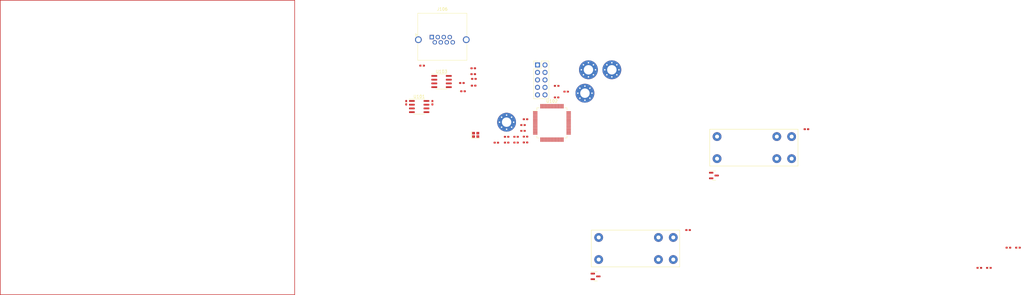
<source format=kicad_pcb>
(kicad_pcb (version 20211014) (generator pcbnew)
  (layers (0 "F.Cu" signal) (31 "B.Cu" signal) (34 "B.Paste" user) (35 "F.Paste" user) (36 "B.SilkS" user "B.Silkscreen") (37 "F.SilkS" user "F.Silkscreen") (38 "B.Mask" user) (39 "F.Mask" user) (44 "Edge.Cuts" user))
  (net 0 "")
  (net 1 "1v8")
  (net 2 "GND")
  (net 3 "3v3")
  (net 4 "Net-(C110-Pad2)")
  (net 5 "Net-(C111-Pad2)")
  (net 6 "/NRST")
  (net 7 "Net-(C113-Pad2)")
  (net 8 "Net-(C114-Pad2)")
  (net 9 "/TX-")
  (net 10 "/RX-")
  (net 11 "/RX+")
  (net 12 "/TX+")
  (net 13 "24v_SW")
  (net 14 "Net-(D201-Pad2)")
  (net 15 "Net-(D301-Pad2)")
  (net 16 "/SWDIO")
  (net 17 "/SWDCLK")
  (net 21 "12v_SW")
  (net 22 "Net-(Q201-Pad1)")
  (net 23 "Net-(Q301-Pad1)")
  (net 24 "Net-(R101-Pad2)")
  (net 63 "/UART4_RX")
  (net 64 "/UART4_TX")
  (net 72 "/ARM")
  (footprint "royale:R_0402" (layer "F.Cu") (at 67.51 44.57)
    (fp_text reference "R101")
    (fp_text value "100")
    (fp_line (start -0.167621 -0.38) (end 0.167621 -0.38) (layer "F.SilkS") (width 0.12))
    (fp_line (start -0.167621 0.38) (end 0.167621 0.38) (layer "F.SilkS") (width 0.12))
    (pad "1" smd roundrect (at -0.5975 0) (size 0.715 0.64) (layers "F.Cu" "F.Paste" "F.Mask") (net 8 "Net-(C114-Pad2)"))
    (pad "2" smd roundrect (at 0.5975 0) (size 0.715 0.64) (layers "F.Cu" "F.Paste" "F.Mask") (net 24 "Net-(R101-Pad2)"))
  )
  (footprint "royale:MountingHole_Pad" (layer "F.Cu") (at 78.31 39.11)
    (fp_text reference "H102" hide)
    (fp_text value "MountingHole_Pad")
    (pad "1" thru_hole circle locked (at -1.697056 -1.697056) (size 0.8 0.8) (drill 0.5) (layers *.Cu *.Mask) (net 2 "GND"))
    (pad "1" thru_hole circle locked (at 2.4 0) (size 0.8 0.8) (drill 0.5) (layers *.Cu *.Mask) (net 2 "GND"))
    (pad "1" thru_hole circle locked (at 0 2.4) (size 0.8 0.8) (drill 0.5) (layers *.Cu *.Mask) (net 2 "GND"))
    (pad "1" thru_hole circle locked (at -2.4 0) (size 0.8 0.8) (drill 0.5) (layers *.Cu *.Mask) (net 2 "GND"))
    (pad "1" thru_hole circle locked (at 1.697056 -1.697056) (size 0.8 0.8) (drill 0.5) (layers *.Cu *.Mask) (net 2 "GND"))
    (pad "1" thru_hole circle locked (at -1.697056 1.697056) (size 0.8 0.8) (drill 0.5) (layers *.Cu *.Mask) (net 2 "GND"))
    (pad "1" thru_hole circle locked (at 1.697056 1.697056) (size 0.8 0.8) (drill 0.5) (layers *.Cu *.Mask) (net 2 "GND"))
    (pad "1" thru_hole circle locked (at 0 -2.4) (size 0.8 0.8) (drill 0.5) (layers *.Cu *.Mask) (net 2 "GND"))
    (pad "1" thru_hole circle locked (at 0 0) (size 6.4 6.4) (drill 3.2) (layers *.Cu *.Mask) (net 2 "GND"))
  )
  (footprint "royale:MountingHole_Pad" (layer "F.Cu") (at 86.26 39.11)
    (fp_text reference "H103" hide)
    (fp_text value "MountingHole_Pad")
    (pad "1" thru_hole circle locked (at 0 -2.4) (size 0.8 0.8) (drill 0.5) (layers *.Cu *.Mask) (net 2 "GND"))
    (pad "1" thru_hole circle locked (at 0 2.4) (size 0.8 0.8) (drill 0.5) (layers *.Cu *.Mask) (net 2 "GND"))
    (pad "1" thru_hole circle locked (at -2.4 0) (size 0.8 0.8) (drill 0.5) (layers *.Cu *.Mask) (net 2 "GND"))
    (pad "1" thru_hole circle locked (at 1.697056 -1.697056) (size 0.8 0.8) (drill 0.5) (layers *.Cu *.Mask) (net 2 "GND"))
    (pad "1" thru_hole circle locked (at 1.697056 1.697056) (size 0.8 0.8) (drill 0.5) (layers *.Cu *.Mask) (net 2 "GND"))
    (pad "1" thru_hole circle locked (at -1.697056 -1.697056) (size 0.8 0.8) (drill 0.5) (layers *.Cu *.Mask) (net 2 "GND"))
    (pad "1" thru_hole circle locked (at 0 0) (size 6.4 6.4) (drill 3.2) (layers *.Cu *.Mask) (net 2 "GND"))
    (pad "1" thru_hole circle locked (at 2.4 0) (size 0.8 0.8) (drill 0.5) (layers *.Cu *.Mask) (net 2 "GND"))
    (pad "1" thru_hole circle locked (at -1.697056 1.697056) (size 0.8 0.8) (drill 0.5) (layers *.Cu *.Mask) (net 2 "GND"))
  )
  (footprint "royale:R_0402" (layer "F.Cu") (at 211.1 106.4)
    (fp_text reference "R201")
    (fp_text value "100")
    (fp_line (start -0.167621 0.38) (end 0.167621 0.38) (layer "F.SilkS") (width 0.12))
    (fp_line (start -0.167621 -0.38) (end 0.167621 -0.38) (layer "F.SilkS") (width 0.12))
    (pad "1" smd roundrect (at -0.5975 0) (size 0.715 0.64) (layers "F.Cu" "F.Paste" "F.Mask") (net 72 "/ARM"))
    (pad "2" smd roundrect (at 0.5975 0) (size 0.715 0.64) (layers "F.Cu" "F.Paste" "F.Mask") (net 22 "Net-(Q201-Pad1)"))
  )
  (footprint "royale:C_0402" (layer "F.Cu") (at 53.72 61.87)
    (fp_text reference "C110")
    (fp_text value "2µ2")
    (fp_line (start -0.115835 0.36) (end 0.115835 0.36) (layer "F.SilkS") (width 0.12))
    (fp_line (start -0.115835 -0.36) (end 0.115835 -0.36) (layer "F.SilkS") (width 0.12))
    (pad "1" smd roundrect (at -0.5675 0) (size 0.735 0.62) (layers "F.Cu" "F.Paste" "F.Mask") (net 2 "GND"))
    (pad "2" smd roundrect (at 0.5675 0) (size 0.735 0.62) (layers "F.Cu" "F.Paste" "F.Mask") (net 4 "Net-(C110-Pad2)"))
  )
  (footprint "royale:MountingHole_Pad" (layer "F.Cu") (at 50.5 56.91)
    (fp_text reference "H101" hide)
    (fp_text value "MountingHole_Pad")
    (pad "1" thru_hole circle locked (at 0 2.4) (size 0.8 0.8) (drill 0.5) (layers *.Cu *.Mask) (net 2 "GND"))
    (pad "1" thru_hole circle locked (at 0 0) (size 6.4 6.4) (drill 3.2) (layers *.Cu *.Mask) (net 2 "GND"))
    (pad "1" thru_hole circle locked (at -1.697056 1.697056) (size 0.8 0.8) (drill 0.5) (layers *.Cu *.Mask) (net 2 "GND"))
    (pad "1" thru_hole circle locked (at -1.697056 -1.697056) (size 0.8 0.8) (drill 0.5) (layers *.Cu *.Mask) (net 2 "GND"))
    (pad "1" thru_hole circle locked (at 1.697056 1.697056) (size 0.8 0.8) (drill 0.5) (layers *.Cu *.Mask) (net 2 "GND"))
    (pad "1" thru_hole circle locked (at 1.697056 -1.697056) (size 0.8 0.8) (drill 0.5) (layers *.Cu *.Mask) (net 2 "GND"))
    (pad "1" thru_hole circle locked (at 2.4 0) (size 0.8 0.8) (drill 0.5) (layers *.Cu *.Mask) (net 2 "GND"))
    (pad "1" thru_hole circle locked (at 0 -2.4) (size 0.8 0.8) (drill 0.5) (layers *.Cu *.Mask) (net 2 "GND"))
    (pad "1" thru_hole circle locked (at -2.4 0) (size 0.8 0.8) (drill 0.5) (layers *.Cu *.Mask) (net 2 "GND"))
  )
  (footprint "royale:BSS138" (layer "F.Cu") (at 80.73 109.3)
    (fp_text reference "Q301")
    (fp_text value "BSS138")
    (fp_line (start 0 -1.56) (end 0.65 -1.56) (layer "F.SilkS") (width 0.12))
    (fp_line (start 0 -1.56) (end -1.675 -1.56) (layer "F.SilkS") (width 0.12))
    (fp_line (start 0 1.56) (end -0.65 1.56) (layer "F.SilkS") (width 0.12))
    (fp_line (start 0 1.56) (end 0.65 1.56) (layer "F.SilkS") (width 0.12))
    (pad "1" smd roundrect (at -0.9375 -0.95) (size 1.475 0.6) (layers "F.Cu" "F.Paste" "F.Mask") (net 23 "Net-(Q301-Pad1)"))
    (pad "2" smd roundrect (at -0.9375 0.95) (size 1.475 0.6) (layers "F.Cu" "F.Paste" "F.Mask") (net 2 "GND"))
    (pad "3" smd roundrect (at 0.9375 0) (size 1.475 0.6) (layers "F.Cu" "F.Paste" "F.Mask") (net 15 "Net-(D301-Pad2)"))
  )
  (footprint "royale:C_0402" (layer "F.Cu") (at 70.74 46.53)
    (fp_text reference "C114")
    (fp_text value "10p")
    (fp_line (start -0.115835 0.36) (end 0.115835 0.36) (layer "F.SilkS") (width 0.12))
    (fp_line (start -0.115835 -0.36) (end 0.115835 -0.36) (layer "F.SilkS") (width 0.12))
    (pad "1" smd roundrect (at -0.5675 0) (size 0.735 0.62) (layers "F.Cu" "F.Paste" "F.Mask") (net 2 "GND"))
    (pad "2" smd roundrect (at 0.5675 0) (size 0.735 0.62) (layers "F.Cu" "F.Paste" "F.Mask") (net 8 "Net-(C114-Pad2)"))
  )
  (footprint "royale:MAX604" (layer "F.Cu") (at 20.8 51.6)
    (fp_text reference "U101" (at 0 -3.4) (layer "F.SilkS"))
    (fp_text value "MAX604")
    (fp_line (start 0 2.56) (end 1.95 2.56) (layer "F.SilkS") (width 0.12))
    (fp_line (start 0 -2.56) (end 1.95 -2.56) (layer "F.SilkS") (width 0.12))
    (fp_line (start 0 2.56) (end -1.95 2.56) (layer "F.SilkS") (width 0.12))
    (fp_line (start 0 -2.56) (end -3.45 -2.56) (layer "F.SilkS") (width 0.12))
    (pad "1" smd roundrect (at -2.475 -1.905) (size 1.95 0.6) (layers "F.Cu" "F.Paste" "F.Mask") (net 1 "1v8"))
    (pad "2" smd roundrect (at -2.475 -0.635) (size 1.95 0.6) (layers "F.Cu" "F.Paste" "F.Mask") (net 2 "GND"))
    (pad "3" smd roundrect (at -2.475 0.635) (size 1.95 0.6) (layers "F.Cu" "F.Paste" "F.Mask") (net 2 "GND"))
    (pad "4" smd roundrect (at -2.475 1.905) (size 1.95 0.6) (layers "F.Cu" "F.Paste" "F.Mask") (net 1 "1v8"))
    (pad "5" smd roundrect (at 2.475 1.905) (size 1.95 0.6) (layers "F.Cu" "F.Paste" "F.Mask") (net 2 "GND"))
    (pad "6" smd roundrect (at 2.475 0.635) (size 1.95 0.6) (layers "F.Cu" "F.Paste" "F.Mask") (net 2 "GND"))
    (pad "7" smd roundrect (at 2.475 -0.635) (size 1.95 0.6) (layers "F.Cu" "F.Paste" "F.Mask") (net 2 "GND"))
    (pad "8" smd roundrect (at 2.475 -1.905) (size 1.95 0.6) (layers "F.Cu" "F.Paste" "F.Mask") (net 3 "3v3"))
  )
  (footprint "royale:D_0402" (layer "F.Cu") (at 112.16 93.56)
    (fp_text reference "D301")
    (fp_text value "Diode_Schottky")
    (fp_circle (center -1.265 0) (end -1.215 0) (layer "F.SilkS") (width 0.1) (fill none))
    (pad "1" smd roundrect (at -0.5725 0) (size 0.765 0.64) (layers "F.Cu" "F.Paste" "F.Mask") (net 13 "24v_SW"))
    (pad "2" smd roundrect (at 0.5725 0) (size 0.765 0.64) (layers "F.Cu" "F.Paste" "F.Mask") (net 15 "Net-(D301-Pad2)"))
  )
  (footprint "royale:C_0402" (layer "F.Cu") (at 50.51 61.87)
    (fp_text reference "C104")
    (fp_text value "100n")
    (fp_line (start -0.115835 -0.36) (end 0.115835 -0.36) (layer "F.SilkS") (width 0.12))
    (fp_line (start -0.115835 0.36) (end 0.115835 0.36) (layer "F.SilkS") (width 0.12))
    (pad "1" smd roundrect (at -0.5675 0) (size 0.735 0.62) (layers "F.Cu" "F.Paste" "F.Mask") (net 2 "GND"))
    (pad "2" smd roundrect (at 0.5675 0) (size 0.735 0.62) (layers "F.Cu" "F.Paste" "F.Mask") (net 3 "3v3"))
  )
  (footprint "royale:D_0402" (layer "F.Cu") (at 39.4 42.2)
    (fp_text reference "D106")
    (fp_text value "Diode_ESD")
    (fp_circle (center -1.265 0) (end -1.215 0) (layer "F.SilkS") (width 0.1) (fill none))
    (pad "1" smd roundrect (at -0.5725 0) (size 0.765 0.64) (layers "F.Cu" "F.Paste" "F.Mask") (net 2 "GND"))
    (pad "2" smd roundrect (at 0.5725 0) (size 0.765 0.64) (layers "F.Cu" "F.Paste" "F.Mask") (net 11 "/RX+"))
  )
  (footprint "royale:MAX14787E" (layer "F.Cu") (at 28.4 43.1)
    (fp_text reference "U103" (at 0 -3.4) (layer "F.SilkS"))
    (fp_text value "MAX14787E")
    (fp_line (start 0 -2.56) (end -3.45 -2.56) (layer "F.SilkS") (width 0.12))
    (fp_line (start 0 2.56) (end -1.95 2.56) (layer "F.SilkS") (width 0.12))
    (fp_line (start 0 2.56) (end 1.95 2.56) (layer "F.SilkS") (width 0.12))
    (fp_line (start 0 -2.56) (end 1.95 -2.56) (layer "F.SilkS") (width 0.12))
    (pad "1" smd roundrect locked (at -2.465 -1.905) (size 2 0.6) (layers "F.Cu" "F.Paste" "F.Mask") (net 3 "3v3"))
    (pad "2" smd roundrect locked (at -2.465 -0.635) (size 2 0.6) (layers "F.Cu" "F.Paste" "F.Mask") (net 63 "/UART4_RX"))
    (pad "3" smd roundrect locked (at -2.465 0.635) (size 2 0.6) (layers "F.Cu" "F.Paste" "F.Mask") (net 64 "/UART4_TX"))
    (pad "4" smd roundrect locked (at -2.465 1.905) (size 2 0.6) (layers "F.Cu" "F.Paste" "F.Mask") (net 2 "GND"))
    (pad "5" smd roundrect locked (at 2.465 1.905) (size 2 0.6) (layers "F.Cu" "F.Paste" "F.Mask") (net 12 "/TX+"))
    (pad "6" smd roundrect locked (at 2.465 0.635) (size 2 0.6) (layers "F.Cu" "F.Paste" "F.Mask") (net 9 "/TX-"))
    (pad "7" smd roundrect locked (at 2.465 -0.635) (size 2 0.6) (layers "F.Cu" "F.Paste" "F.Mask") (net 10 "/RX-"))
    (pad "8" smd roundrect locked (at 2.465 -1.905) (size 2 0.6) (layers "F.Cu" "F.Paste" "F.Mask") (net 11 "/RX+"))
  )
  (footprint "royale:BSS138" (layer "F.Cu") (at 120.94 75.03)
    (fp_text reference "Q201")
    (fp_text value "BSS138")
    (fp_line (start 0 -1.56) (end -1.675 -1.56) (layer "F.SilkS") (width 0.12))
    (fp_line (start 0 1.56) (end 0.65 1.56) (layer "F.SilkS") (width 0.12))
    (fp_line (start 0 -1.56) (end 0.65 -1.56) (layer "F.SilkS") (width 0.12))
    (fp_line (start 0 1.56) (end -0.65 1.56) (layer "F.SilkS") (width 0.12))
    (pad "1" smd roundrect (at -0.9375 -0.95) (size 1.475 0.6) (layers "F.Cu" "F.Paste" "F.Mask") (net 22 "Net-(Q201-Pad1)"))
    (pad "2" smd roundrect (at -0.9375 0.95) (size 1.475 0.6) (layers "F.Cu" "F.Paste" "F.Mask") (net 2 "GND"))
    (pad "3" smd roundrect (at 0.9375 0) (size 1.475 0.6) (layers "F.Cu" "F.Paste" "F.Mask") (net 14 "Net-(D201-Pad2)"))
  )
  (footprint "royale:C_0402" (layer "F.Cu") (at 50.51 63.84)
    (fp_text reference "C111")
    (fp_text value "2µ2")
    (fp_line (start -0.115835 -0.36) (end 0.115835 -0.36) (layer "F.SilkS") (width 0.12))
    (fp_line (start -0.115835 0.36) (end 0.115835 0.36) (layer "F.SilkS") (width 0.12))
    (pad "1" smd roundrect (at -0.5675 0) (size 0.735 0.62) (layers "F.Cu" "F.Paste" "F.Mask") (net 2 "GND"))
    (pad "2" smd roundrect (at 0.5675 0) (size 0.735 0.62) (layers "F.Cu" "F.Paste" "F.Mask") (net 5 "Net-(C111-Pad2)"))
  )
  (footprint "royale:D_0402" (layer "F.Cu") (at 35.3225 43.6)
    (fp_text reference "D103")
    (fp_text value "Diode_ESD")
    (fp_circle (center -1.265 0) (end -1.215 0) (layer "F.SilkS") (width 0.1) (fill none))
    (pad "1" smd roundrect (at -0.5725 0) (size 0.765 0.64) (layers "F.Cu" "F.Paste" "F.Mask") (net 2 "GND"))
    (pad "2" smd roundrect (at 0.5725 0) (size 0.765 0.64) (layers "F.Cu" "F.Paste" "F.Mask") (net 10 "/RX-"))
  )
  (footprint "royale:D_0402" (layer "F.Cu") (at 152.37 59.29)
    (fp_text reference "D201")
    (fp_text value "Diode_Schottky")
    (fp_circle (center -1.265 0) (end -1.215 0) (layer "F.SilkS") (width 0.1) (fill none))
    (pad "1" smd roundrect (at -0.5725 0) (size 0.765 0.64) (layers "F.Cu" "F.Paste" "F.Mask") (net 13 "24v_SW"))
    (pad "2" smd roundrect (at 0.5725 0) (size 0.765 0.64) (layers "F.Cu" "F.Paste" "F.Mask") (net 14 "Net-(D201-Pad2)"))
  )
  (footprint "royale:MountingHole_Pad" (layer "F.Cu") (at 77.11 47.06)
    (fp_text reference "H104" hide)
    (fp_text value "MountingHole_Pad")
    (pad "1" thru_hole circle locked (at -1.697056 -1.697056) (size 0.8 0.8) (drill 0.5) (layers *.Cu *.Mask) (net 2 "GND"))
    (pad "1" thru_hole circle locked (at 0 0) (size 6.4 6.4) (drill 3.2) (layers *.Cu *.Mask) (net 2 "GND"))
    (pad "1" thru_hole circle locked (at 1.697056 1.697056) (size 0.8 0.8) (drill 0.5) (layers *.Cu *.Mask) (net 2 "GND"))
    (pad "1" thru_hole circle locked (at 0 -2.4) (size 0.8 0.8) (drill 0.5) (layers *.Cu *.Mask) (net 2 "GND"))
    (pad "1" thru_hole circle locked (at 2.4 0) (size 0.8 0.8) (drill 0.5) (layers *.Cu *.Mask) (net 2 "GND"))
    (pad "1" thru_hole circle locked (at 1.697056 -1.697056) (size 0.8 0.8) (drill 0.5) (layers *.Cu *.Mask) (net 2 "GND"))
    (pad "1" thru_hole circle locked (at 0 2.4) (size 0.8 0.8) (drill 0.5) (layers *.Cu *.Mask) (net 2 "GND"))
    (pad "1" thru_hole circle locked (at -1.697056 1.697056) (size 0.8 0.8) (drill 0.5) (layers *.Cu *.Mask) (net 2 "GND"))
    (pad "1" thru_hole circle locked (at -2.4 0) (size 0.8 0.8) (drill 0.5) (layers *.Cu *.Mask) (net 2 "GND"))
  )
  (footprint "royale:C_0402" (layer "F.Cu") (at 56.93 55.91)
    (fp_text reference "C112")
    (fp_text value "100n")
    (fp_line (start -0.115835 0.36) (end 0.115835 0.36) (layer "F.SilkS") (width 0.12))
    (fp_line (start -0.115835 -0.36) (end 0.115835 -0.36) (layer "F.SilkS") (width 0.12))
    (pad "1" smd roundrect (at -0.5675 0) (size 0.735 0.62) (layers "F.Cu" "F.Paste" "F.Mask") (net 2 "GND"))
    (pad "2" smd roundrect (at 0.5675 0) (size 0.735 0.62) (layers "F.Cu" "F.Paste" "F.Mask") (net 6 "/NRST"))
  )
  (footprint "royale:D_0402" (layer "F.Cu") (at 35.7 46.4)
    (fp_text reference "D105")
    (fp_text value "Diode_ESD")
    (fp_circle (center -1.265 0) (end -1.215 0) (layer "F.SilkS") (width 0.1) (fill none))
    (pad "1" smd roundrect (at -0.5725 0) (size 0.765 0.64) (layers "F.Cu" "F.Paste" "F.Mask") (net 2 "GND"))
    (pad "2" smd roundrect (at 0.5725 0) (size 0.765 0.64) (layers "F.Cu" "F.Paste" "F.Mask") (net 3 "3v3"))
  )
  (footprint "royale:C_0402" (layer "F.Cu") (at 56.93 61.82)
    (fp_text reference "C105")
    (fp_text value "100n")
    (fp_line (start -0.115835 -0.36) (end 0.115835 -0.36) (layer "F.SilkS") (width 0.12))
    (fp_line (start -0.115835 0.36) (end 0.115835 0.36) (layer "F.SilkS") (width 0.12))
    (pad "1" smd roundrect (at -0.5675 0) (size 0.735 0.62) (layers "F.Cu" "F.Paste" "F.Mask") (net 2 "GND"))
    (pad "2" smd roundrect (at 0.5675 0) (size 0.735 0.62) (layers "F.Cu" "F.Paste" "F.Mask") (net 3 "3v3"))
  )
  (footprint "royale:C_0402" (layer "F.Cu") (at 53.72 63.84)
    (fp_text reference "C113")
    (fp_text value "10p")
    (fp_line (start -0.115835 0.36) (end 0.115835 0.36) (layer "F.SilkS") (width 0.12))
    (fp_line (start -0.115835 -0.36) (end 0.115835 -0.36) (layer "F.SilkS") (width 0.12))
    (pad "1" smd roundrect (at -0.5675 0) (size 0.735 0.62) (layers "F.Cu" "F.Paste" "F.Mask") (net 2 "GND"))
    (pad "2" smd roundrect (at 0.5675 0) (size 0.735 0.62) (layers "F.Cu" "F.Paste" "F.Mask") (net 7 "Net-(C113-Pad2)"))
  )
  (footprint "royale:D_0402" (layer "F.Cu") (at 39.3 44.5)
    (fp_text reference "D102")
    (fp_text value "Diode_ESD")
    (fp_circle (center -1.265 0) (end -1.215 0) (layer "F.SilkS") (width 0.1) (fill none))
    (pad "1" smd roundrect (at -0.5725 0) (size 0.765 0.64) (layers "F.Cu" "F.Paste" "F.Mask") (net 2 "GND"))
    (pad "2" smd roundrect (at 0.5725 0) (size 0.765 0.64) (layers "F.Cu" "F.Paste" "F.Mask") (net 9 "/TX-"))
  )
  (footprint "royale:C_0402" (layer "F.Cu") (at 67.49 48.5)
    (fp_text reference "C109")
    (fp_text value "100n")
    (fp_line (start -0.115835 -0.36) (end 0.115835 -0.36) (layer "F.SilkS") (width 0.12))
    (fp_line (start -0.115835 0.36) (end 0.115835 0.36) (layer "F.SilkS") (width 0.12))
    (pad "1" smd roundrect (at -0.5675 0) (size 0.735 0.62) (layers "F.Cu" "F.Paste" "F.Mask") (net 2 "GND"))
    (pad "2" smd roundrect (at 0.5675 0) (size 0.735 0.62) (layers "F.Cu" "F.Paste" "F.Mask") (net 3 "3v3"))
  )
  (footprint "royale:D_0402" (layer "F.Cu") (at 39.1725 38.6)
    (fp_text reference "D107")
    (fp_text value "Diode_ESD")
    (fp_circle (center -1.265 0) (end -1.215 0) (layer "F.SilkS") (width 0.1) (fill none))
    (pad "1" smd roundrect (at -0.5725 0) (size 0.765 0.64) (layers "F.Cu" "F.Paste" "F.Mask") (net 2 "GND"))
    (pad "2" smd roundrect (at 0.5725 0) (size 0.765 0.64) (layers "F.Cu" "F.Paste" "F.Mask") (net 12 "/TX+"))
  )
  (footprint "royale:R_0402" (layer "F.Cu") (at 224.23 99.54)
    (fp_text reference "R302")
    (fp_text value "110k")
    (fp_line (start -0.167621 0.38) (end 0.167621 0.38) (layer "F.SilkS") (width 0.12))
    (fp_line (start -0.167621 -0.38) (end 0.167621 -0.38) (layer "F.SilkS") (width 0.12))
    (pad "1" smd roundrect (at -0.5975 0) (size 0.715 0.64) (layers "F.Cu" "F.Paste" "F.Mask") (net 23 "Net-(Q301-Pad1)"))
    (pad "2" smd roundrect (at 0.5975 0) (size 0.715 0.64) (layers "F.Cu" "F.Paste" "F.Mask") (net 2 "GND"))
  )
  (footprint "royale:R_0402" (layer "F.Cu") (at 220.98 99.54)
    (fp_text reference "R301")
    (fp_text value "100")
    (fp_line (start -0.167621 -0.38) (end 0.167621 -0.38) (layer "F.SilkS") (width 0.12))
    (fp_line (start -0.167621 0.38) (end 0.167621 0.38) (layer "F.SilkS") (width 0.12))
    (pad "1" smd roundrect (at -0.5975 0) (size 0.715 0.64) (layers "F.Cu" "F.Paste" "F.Mask") (net 72 "/ARM"))
    (pad "2" smd roundrect (at 0.5975 0) (size 0.715 0.64) (layers "F.Cu" "F.Paste" "F.Mask") (net 23 "Net-(Q301-Pad1)"))
  )
  (footprint "royale:Relay" (layer "F.Cu") (at 81.79 103.57)
    (fp_text reference "K301")
    (fp_text value "SPST Relay")
    (fp_line (start 27.5 2.5) (end -2.5 2.5) (layer "F.SilkS") (width 0.15))
    (fp_line (start -2.5 -10) (end 27.5 -10) (layer "F.SilkS") (width 0.15))
    (fp_line (start -2.5 2.5) (end -2.5 -10) (layer "F.SilkS") (width 0.15))
    (fp_line (start 27.5 -10) (end 27.5 2.5) (layer "F.SilkS") (width 0.15))
    (pad "1" thru_hole circle locked (at 0 -7.5) (size 3 3) (drill 1.35) (layers *.Cu *.Mask) (net 15 "Net-(D301-Pad2)"))
    (pad "2" thru_hole circle locked (at 0 0) (size 3 3) (drill 1.35) (layers *.Cu *.Mask) (net 13 "24v_SW"))
    (pad "3" thru_hole circle locked (at 20.3 0) (size 3 3) (drill 1.35) (layers *.Cu *.Mask) (net 13 "24v_SW"))
    (pad "3" thru_hole circle locked (at 20.3 -7.5) (size 3 3) (drill 1.35) (layers *.Cu *.Mask) (net 13 "24v_SW"))
    (pad "4" thru_hole circle locked (at 25.34 -7.5) (size 3 3) (drill 1.35) (layers *.Cu *.Mask) (net 3 "3v3"))
    (pad "4" thru_hole circle locked (at 25.34 0) (size 3 3) (drill 1.35) (layers *.Cu *.Mask) (net 3 "3v3"))
  )
  (footprint "royale:R_0402" (layer "F.Cu") (at 21.7975 37.7)
    (fp_text reference "R102")
    (fp_text value "120")
    (fp_line (start -0.167621 -0.38) (end 0.167621 -0.38) (layer "F.SilkS") (width 0.12))
    (fp_line (start -0.167621 0.38) (end 0.167621 0.38) (layer "F.SilkS") (width 0.12))
    (pad "1" smd roundrect (at -0.5975 0) (size 0.715 0.64) (layers "F.Cu" "F.Paste" "F.Mask") (net 11 "/RX+"))
    (pad "2" smd roundrect (at 0.5975 0) (size 0.715 0.64) (layers "F.Cu" "F.Paste" "F.Mask") (net 10 "/RX-"))
  )
  (footprint "royale:C_0402" (layer "F.Cu") (at 56.93 63.79)
    (fp_text reference "C106")
    (fp_text value "4µ7")
    (fp_line (start -0.115835 -0.36) (end 0.115835 -0.36) (layer "F.SilkS") (width 0.12))
    (fp_line (start -0.115835 0.36) (end 0.115835 0.36) (layer "F.SilkS") (width 0.12))
    (pad "1" smd roundrect (at -0.5675 0) (size 0.735 0.62) (layers "F.Cu" "F.Paste" "F.Mask") (net 2 "GND"))
    (pad "2" smd roundrect (at 0.5675 0) (size 0.735 0.62) (layers "F.Cu" "F.Paste" "F.Mask") (net 3 "3v3"))
  )
  (footprint "royale:C_0402" (layer "F.Cu") (at 47.02 63.86)
    (fp_text reference "C107")
    (fp_text value "100n")
    (fp_line (start -0.115835 0.36) (end 0.115835 0.36) (layer "F.SilkS") (width 0.12))
    (fp_line (start -0.115835 -0.36) (end 0.115835 -0.36) (layer "F.SilkS") (width 0.12))
    (pad "1" smd roundrect (at -0.5675 0) (size 0.735 0.62) (layers "F.Cu" "F.Paste" "F.Mask") (net 2 "GND"))
    (pad "2" smd roundrect (at 0.5675 0) (size 0.735 0.62) (layers "F.Cu" "F.Paste" "F.Mask") (net 3 "3v3"))
  )
  (footprint "royale:C_0402" (layer "F.Cu") (at 56.08 57.88)
    (fp_text reference "C103")
    (fp_text value "1µ")
    (fp_line (start -0.115835 -0.36) (end 0.115835 -0.36) (layer "F.SilkS") (width 0.12))
    (fp_line (start -0.115835 0.36) (end 0.115835 0.36) (layer "F.SilkS") (width 0.12))
    (pad "1" smd roundrect (at -0.5675 0) (size 0.735 0.62) (layers "F.Cu" "F.Paste" "F.Mask") (net 2 "GND"))
    (pad "2" smd roundrect (at 0.5675 0) (size 0.735 0.62) (layers "F.Cu" "F.Paste" "F.Mask") (net 3 "3v3"))
  )
  (footprint "royale:C_0402" (layer "F.Cu") (at 56.08 59.85)
    (fp_text reference "C108")
    (fp_text value "100n")
    (fp_line (start -0.115835 0.36) (end 0.115835 0.36) (layer "F.SilkS") (width 0.12))
    (fp_line (start -0.115835 -0.36) (end 0.115835 -0.36) (layer "F.SilkS") (width 0.12))
    (pad "1" smd roundrect (at -0.5675 0) (size 0.735 0.62) (layers "F.Cu" "F.Paste" "F.Mask") (net 2 "GND"))
    (pad "2" smd roundrect (at 0.5675 0) (size 0.735 0.62) (layers "F.Cu" "F.Paste" "F.Mask") (net 3 "3v3"))
  )
  (footprint "royale:Relay" (layer "F.Cu") (at 122 69.3)
    (fp_text reference "K201")
    (fp_text value "SPST Relay")
    (fp_line (start -2.5 2.5) (end -2.5 -10) (layer "F.SilkS") (width 0.15))
    (fp_line (start 27.5 2.5) (end -2.5 2.5) (layer "F.SilkS") (width 0.15))
    (fp_line (start 27.5 -10) (end 27.5 2.5) (layer "F.SilkS") (width 0.15))
    (fp_line (start -2.5 -10) (end 27.5 -10) (layer "F.SilkS") (width 0.15))
    (pad "1" thru_hole circle locked (at 0 -7.5) (size 3 3) (drill 1.35) (layers *.Cu *.Mask) (net 14 "Net-(D201-Pad2)"))
    (pad "2" thru_hole circle locked (at 0 0) (size 3 3) (drill 1.35) (layers *.Cu *.Mask) (net 13 "24v_SW"))
    (pad "3" thru_hole circle locked (at 20.3 0) (size 3 3) (drill 1.35) (layers *.Cu *.Mask) (net 21 "12v_SW"))
    (pad "3" thru_hole circle locked (at 20.3 -7.5) (size 3 3) (drill 1.35) (layers *.Cu *.Mask) (net 21 "12v_SW"))
    (pad "4" thru_hole circle locked (at 25.34 -7.5) (size 3 3) (drill 1.35) (layers *.Cu *.Mask) (net 3 "3v3"))
    (pad "4" thru_hole circle locked (at 25.34 0) (size 3 3) (drill 1.35) (layers *.Cu *.Mask) (net 3 "3v3"))
  )
  (footprint "royale:Xtal_SMD_2016" (layer "F.Cu") (at 40 61.21)
    (fp_text reference "Y101")
    (fp_text value "26M")
    (fp_line (start -1.35 -1.15) (end -1.35 1.15) (layer "F.SilkS") (width 0.12))
    (fp_line (start -1.35 1.15) (end 1.35 1.15) (layer "F.SilkS") (width 0.12))
    (pad "1" smd rect (at -0.725 0.575) (size 0.95 0.85) (layers "F.Cu" "F.Paste" "F.Mask") (net 7 "Net-(C113-Pad2)"))
    (pad "2" smd rect (at 0.725 0.575) (size 0.95 0.85) (layers "F.Cu" "F.Paste" "F.Mask") (net 2 "GND"))
    (pad "3" smd rect (at 0.725 -0.575) (size 0.95 0.85) (layers "F.Cu" "F.Paste" "F.Mask") (net 8 "Net-(C114-Pad2)"))
    (pad "4" smd rect (at -0.725 -0.575) (size 0.95 0.85) (layers "F.Cu" "F.Paste" "F.Mask") (net 2 "GND"))
  )
  (footprint "royale:R_0402" (layer "F.Cu") (at 214.35 106.4)
    (fp_text reference "R202")
    (fp_text value "110k")
    (fp_line (start -0.167621 0.38) (end 0.167621 0.38) (layer "F.SilkS") (width 0.12))
    (fp_line (start -0.167621 -0.38) (end 0.167621 -0.38) (layer "F.SilkS") (width 0.12))
    (pad "1" smd roundrect (at -0.5975 0) (size 0.715 0.64) (layers "F.Cu" "F.Paste" "F.Mask") (net 22 "Net-(Q201-Pad1)"))
    (pad "2" smd roundrect (at 0.5975 0) (size 0.715 0.64) (layers "F.Cu" "F.Paste" "F.Mask") (net 2 "GND"))
  )
  (footprint "royale:STM32F405RGT6" (layer "F.Cu") (at 65.91 57.16)
    (fp_text reference "U102" (at 0 -7.4) (layer "F.SilkS"))
    (fp_text value "STM32F405RGT6")
    (fp_line (start 5.11 -5.11) (end 5.11 -4.16) (layer "F.SilkS") (width 0.12))
    (fp_line (start -5.11 -4.16) (end -6.45 -4.16) (layer "F.SilkS") (width 0.12))
    (fp_line (start 4.16 5.11) (end 5.11 5.11) (layer "F.SilkS") (width 0.12))
    (fp_line (start -4.16 -5.11) (end -5.11 -5.11) (layer "F.SilkS") (width 0.12))
    (fp_line (start 4.16 -5.11) (end 5.11 -5.11) (layer "F.SilkS") (width 0.12))
    (fp_line (start -5.11 -5.11) (end -5.11 -4.16) (layer "F.SilkS") (width 0.12))
    (fp_line (start -4.16 5.11) (end -5.11 5.11) (layer "F.SilkS") (width 0.12))
    (fp_line (start 5.11 5.11) (end 5.11 4.16) (layer "F.SilkS") (width 0.12))
    (fp_line (start -5.11 5.11) (end -5.11 4.16) (layer "F.SilkS") (width 0.12))
    (pad "1" smd roundrect locked (at -5.675 -3.75) (size 1.55 0.3) (layers "F.Cu" "F.Paste" "F.Mask") (net 3 "3v3"))
    (pad "2" smd roundrect locked (at -5.675 -3.25) (size 1.55 0.3) (layers "F.Cu" "F.Paste" "F.Mask"))
    (pad "3" smd roundrect locked (at -5.675 -2.75) (size 1.55 0.3) (layers "F.Cu" "F.Paste" "F.Mask"))
    (pad "4" smd roundrect locked (at -5.675 -2.25) (size 1.55 0.3) (layers "F.Cu" "F.Paste" "F.Mask"))
    (pad "5" smd roundrect locked (at -5.675 -1.75) (size 1.55 0.3) (layers "F.Cu" "F.Paste" "F.Mask") (net 7 "Net-(C113-Pad2)"))
    (pad "6" smd roundrect locked (at -5.675 -1.25) (size 1.55 0.3) (layers "F.Cu" "F.Paste" "F.Mask") (net 24 "Net-(R101-Pad2)"))
    (pad "7" smd roundrect locked (at -5.675 -0.75) (size 1.55 0.3) (layers "F.Cu" "F.Paste" "F.Mask") (net 6 "/NRST"))
    (pad "8" smd roundrect locked (at -5.675 -0.25) (size 1.55 0.3) (layers "F.Cu" "F.Paste" "F.Mask"))
    (pad "9" smd roundrect locked (at -5.675 0.25) (size 1.55 0.3) (layers "F.Cu" "F.Paste" "F.Mask"))
    (pad "10" smd roundrect locked (at -5.675 0.75) (size 1.55 0.3) (layers "F.Cu" "F.Paste" "F.Mask"))
    (pad "11" smd roundrect locked (at -5.675 1.25) (size 1.55 0.3) (layers "F.Cu" "F.Paste" "F.Mask"))
    (pad "12" smd roundrect locked (at -5.675 1.75) (size 1.55 0.3) (layers "F.Cu" "F.Paste" "F.Mask") (net 2 "GND"))
    (pad "13" smd roundrect locked (at -5.675 2.25) (size 1.55 0.3) (layers "F.Cu" "F.Paste" "F.Mask") (net 3 "3v3"))
    (pad "14" smd roundrect locked (at -5.675 2.75) (size 1.55 0.3) (layers "F.Cu" "F.Paste" "F.Mask") (net 64 "/UART4_TX"))
    (pad "15" smd roundrect locked (at -5.675 3.25) (size 1.55 0.3) (layers "F.Cu" "F.Paste" "F.Mask") (net 63 "/UART4_RX"))
    (pad "16" smd roundrect locked (at -5.675 3.75) (size 1.55 0.3) (layers "F.Cu" "F.Paste" "F.Mask"))
    (pad "17" smd roundrect locked (at -3.75 5.675) (size 0.3 1.55) (layers "F.Cu" "F.Paste" "F.Mask"))
    (pad "18" smd roundrect locked (at -3.25 5.675) (size 0.3 1.55) (layers "F.Cu" "F.Paste" "F.Mask") (net 2 "GND"))
    (pad "19" smd roundrect locked (at -2.75 5.675) (size 0.3 1.55) (layers "F.Cu" "F.Paste" "F.Mask") (net 3 "3v3"))
    (pad "20" smd roundrect locked (at -2.25 5.675) (size 0.3 1.55) (layers "F.Cu" "F.Paste" "F.Mask"))
    (pad "21" smd roundrect locked (at -1.75 5.675) (size 0.3 1.55) (layers "F.Cu" "F.Paste" "F.Mask"))
    (pad "22" smd roundrect locked (at -1.25 5.675) (size 0.3 1.55) (layers "F.Cu" "F.Paste" "F.Mask"))
    (pad "23" smd roundrect locked (at -0.75 5.675) (size 0.3 1.55) (layers "F.Cu" "F.Paste" "F.Mask"))
    (pad "24" smd roundrect locked (at -0.25 5.675) (size 0.3 1.55) (layers "F.Cu" "F.Paste" "F.Mask"))
    (pad "25" smd roundrect locked (at 0.25 5.675) (size 0.3 1.55) (layers "F.Cu" "F.Paste" "F.Mask"))
    (pad "26" smd roundrect locked (at 0.75 5.675) (size 0.3 1.55) (layers "F.Cu" "F.Paste" "F.Mask"))
    (pad "27" smd roundrect locked (at 1.25 5.675) (size 0.3 1.55) (layers "F.Cu" "F.Paste" "F.Mask"))
    (pad "28" smd roundrect locked (at 1.75 5.675) (size 0.3 1.55) (layers "F.Cu" "F.Paste" "F.Mask"))
    (pad "29" smd roundrect locked (at 2.25 5.675) (size 0.3 1.55) (layers "F.Cu" "F.Paste" "F.Mask"))
    (pad "30" smd roundrect locked (at 2.75 5.675) (size 0.3 1.55) (layers "F.Cu" "F.Paste" "F.Mask"))
    (pad "31" smd roundrect locked (at 3.25 5.675) (size 0.3 1.55) (layers "F.Cu" "F.Paste" "F.Mask") (net 4 "Net-(C110-Pad2)"))
    (pad "32" smd roundrect locked (at 3.75 5.675) (size 0.3 1.55) (layers "F.Cu" "F.Paste" "F.Mask") (net 3 "3v3"))
    (pad "33" smd roundrect locked (at 5.675 3.75) (size 1.55 0.3) (layers "F.Cu" "F.Paste" "F.Mask"))
    (pad "34" smd roundrect locked (at 5.675 3.25) (size 1.55 0.3) (layers "F.Cu" "F.Paste" "F.Mask"))
    (pad "35" smd roundrect locked (at 5.675 2.75) (size 1.55 0.3) (layers "F.Cu" "F.Paste" "F.Mask"))
    (pad "36" smd roundrect locked (at 5.675 2.25) (size 1.55 0.3) (layers "F.Cu" "F.Paste" "F.Mask"))
    (pad "37" smd roundrect locked (at 5.675 1.75) (size 1.55 0.3) (layers "F.Cu" "F.Paste" "F.Mask"))
    (pad "38" smd roundrect locked (at 5.675 1.25) (size 1.55 0.3) (layers "F.Cu" "F.Paste" "F.Mask"))
    (pad "39" smd roundrect locked (at 5.675 0.75) (size 1.55 0.3) (layers "F.Cu" "F.Paste" "F.Mask"))
    (pad "40" smd roundrect locked (at 5.675 0.25) (size 1.55 0.3) (layers "F.Cu" "F.Paste" "F.Mask"))
    (pad "41" smd roundrect locked (at 5.675 -0.25) (size 1.55 0.3) (layers "F.Cu" "F.Paste" "F.Mask"))
    (pad "42" smd roundrect locked (at 5.675 -0.75) (size 1.55 0.3) (layers "F.Cu" "F.Paste" "F.Mask"))
    (pad "43" smd roundrect locked (at 5.675 -1.25) (size 1.55 0.3) (layers "F.Cu" "F.Paste" "F.Mask"))
    (pad "44" smd roundrect locked (at 5.675 -1.75) (size 1.55 0.3) (layers "F.Cu" "F.Paste" "F.Mask"))
    (pad "45" smd roundrect locked (at 5.675 -2.25) (size 1.55 0.3) (layers "F.Cu" "F.Paste" "F.Mask"))
    (pad "46" smd roundrect locked (at 5.675 -2.75) (size 1.55 0.3) (layers "F.Cu" "F.Paste" "F.Mask") (net 16 "/SWDIO"))
    (pad "47" smd roundrect locked (at 5.675 -3.25) (size 1.55 0.3) (layers "F.Cu" "F.Paste" "F.Mask") (net 5 "Net-(C111-Pad2)"))
    (pad "48" smd roundrect locked (at 5.675 -3.75) (size 1.55 0.3) (layers "F.Cu" "F.Paste" "F.Mask") (net 3 "3v3"))
    (pad "49" smd roundrect locked (at 3.75 -5.675) (size 0.3 1.55) (layers "F.Cu" "F.Paste" "F.Mask") (net 17 "/SWDCLK"))
    (pad "50" smd roundrect locked (at 3.25 -5.675) (size 0.3 1.55) (layers "F.Cu" "F.Paste" "F.Mask"))
    (pad "51" smd roundrect locked (at 2.75 -5.675) (size 0.3 1.55) (layers "F.Cu" "F.Paste" "F.Mask"))
    (pad "52" smd roundrect locked (at 2.25 -5.675) (size 0.3 1.55) (layers "F.Cu" "F.Paste" "F.Mask"))
    (pad "53" smd roundrect locked (at 1.75 -5.675) (size 0.3 1.55) (layers "F.Cu" "F.Paste" "F.Mask"))
    (pad "54" smd roundrect locked (at 1.25 -5.675) (size 0.3 1.55) (layers "F.Cu" "F.Paste" "F.Mask"))
    (pad "55" smd roundrect locked (at 0.75 -5.675) (size 0.3 1.55) (layers "F.Cu" "F.Paste" "F.Mask"))
    (pad "56" smd roundrect locked (at 0.25 -5.675) (size 0.3 1.55) (layers "F.Cu" "F.Paste" "F.Mask"))
    (pad "57" smd roundrect locked (at -0.25 -5.675) (size 0.3 1.55) (layers "F.Cu" "F.Paste" "F.Mask"))
    (pad "58" smd roundrect locked (at -0.75 -5.675) (size 0.3 1.55) (layers "F.Cu" "F.Paste" "F.Mask"))
    (pad "59" smd roundrect locked (at -1.25 -5.675) (size 0.3 1.55) (layers "F.Cu" "F.Paste" "F.Mask"))
    (pad "60" smd roundrect locked (at -1.75 -5.675) (size 0.3 1.55) (layers "F.Cu" "F.Paste" "F.Mask") (net 2 "GND"))
    (pad "61" smd roundrect locked (at -2.25 -5.675) (size 0.3 1.55) (layers "F.Cu" "F.Paste" "F.Mask"))
    (pad "62" smd roundrect locked (at -2.75 -5.675) (size 0.3 1.55) (layers "F.Cu" "F.Paste" "F.Mask"))
    (pad "63" smd roundrect locked (at -3.25 -5.675) (size 0.3 1.55) (layers "F.Cu" "F.Paste" "F.Mask") (net 2 "GND"))
    (pad "64" smd roundrect locked (at -3.75 -5.675) (size 0.3 1.55) (layers "F.Cu" "F.Paste" "F.Mask") (net 3 "3v3"))
  )
  (footprint "royale:Header_SWD" (layer "F.Cu") (at 61.01 37.46)
    (fp_text reference "J105")
    (fp_text value "SWD")
    (fp_line (start 1.27 -1.33) (end 3.87 -1.33) (layer "F.SilkS") (width 0.12))
    (fp_line (start 3.87 -1.33) (end 3.87 11.49) (layer "F.SilkS") (width 0.12))
    (fp_line (start -1.33 0) (end -1.33 -1.33) (layer "F.SilkS") (width 0.12))
    (fp_line (start -1.33 1.27) (end -1.33 11.49) (layer "F.SilkS") (width 0.12))
    (fp_line (start -1.33 1.27) (end 1.27 1.27) (layer "F.SilkS") (width 0.12))
    (fp_line (start -1.33 -1.33) (end 0 -1.33) (layer "F.SilkS") (width 0.12))
    (fp_line (start -1.33 11.49) (end 3.87 11.49) (layer "F.SilkS") (width 0.12))
    (fp_line (start 1.27 1.27) (end 1.27 -1.33) (layer "F.SilkS") (width 0.12))
    (pad "1" thru_hole rect (at 0 0) (size 1.7 1.7) (drill 1) (layers *.Cu *.Mask) (net 3 "3v3"))
    (pad "2" thru_hole oval (at 2.54 0) (size 1.7 1.7) (drill 1) (layers *.Cu *.Mask) (net 16 "/SWDIO"))
    (pad "3" thru_hole oval (at 0 2.54) (size 1.7 1.7) (drill 1) (layers *.Cu *.Mask) (net 2 "GND"))
    (pad "4" thru_hole oval (at 2.54 2.54) (size 1.7 1.7) (drill 1) (layers *.Cu *.Mask) (net 17 "/SWDCLK"))
    (pad "5" thru_hole oval (at 0 5.08) (size 1.7 1.7) (drill 1) (layers *.Cu *.Mask) (net 2 "GND"))
    (pad "6" thru_hole oval (at 2.54 5.08) (size 1.7 1.7) (drill 1) (layers *.Cu *.Mask))
    (pad "7" thru_hole oval (at 0 7.62) (size 1.7 1.7) (drill 1) (layers *.Cu *.Mask))
    (pad "8" thru_hole oval (at 2.54 7.62) (size 1.7 1.7) (drill 1) (layers *.Cu *.Mask))
    (pad "9" thru_hole oval (at 0 10.16) (size 1.7 1.7) (drill 1) (layers *.Cu *.Mask) (net 2 "GND"))
    (pad "10" thru_hole oval (at 2.54 10.16) (size 1.7 1.7) (drill 1) (layers *.Cu *.Mask) (net 6 "/NRST"))
  )
  (footprint "royale:D_0402" (layer "F.Cu") (at 39.1725 40.59)
    (fp_text reference "D104")
    (fp_text value "Diode_ESD")
    (fp_circle (center -1.265 0) (end -1.215 0) (layer "F.SilkS") (width 0.1) (fill none))
    (pad "1" smd roundrect (at -0.5725 0) (size 0.765 0.64) (layers "F.Cu" "F.Paste" "F.Mask") (net 2 "GND"))
    (pad "2" smd roundrect (at 0.5725 0) (size 0.765 0.64) (layers "F.Cu" "F.Paste" "F.Mask") (net 3 "3v3"))
  )
  (footprint "royale:C_0402" (layer "F.Cu") (at 25.3 50.3 -90)
    (fp_text reference "C102")
    (fp_text value "10u")
    (fp_line (start -0.115835 -0.36) (end 0.115835 -0.36) (layer "F.SilkS") (width 0.12))
    (fp_line (start -0.115835 0.36) (end 0.115835 0.36) (layer "F.SilkS") (width 0.12))
    (pad "1" smd roundrect (at -0.5675 0 270) (size 0.735 0.62) (layers "F.Cu" "F.Paste" "F.Mask") (net 3 "3v3"))
    (pad "2" smd roundrect (at 0.5675 0 270) (size 0.735 0.62) (layers "F.Cu" "F.Paste" "F.Mask") (net 2 "GND"))
  )
  (footprint "royale:RJ45_Amphenol_RJHSE5380" (layer "F.Cu") (at 25.1 28)
    (fp_text reference "J106" (at 3.56 -9.5) (layer "F.SilkS"))
    (fp_text value "SERIAL")
    (fp_line (start -5.5 -0.2) (end -5.5 -1.2) (layer "F.SilkS") (width 0.12))
    (fp_line (start 11.925 -8.11) (end 11.925 -0.5) (layer "F.SilkS") (width 0.12))
    (fp_line (start -4.76 7.86) (end 11.925 7.86) (layer "F.SilkS") (width 0.12))
    (fp_line (start 11.925 7.86) (end 11.925 2.3) (layer "F.SilkS") (width 0.12))
    (fp_line (start -5.5 -1.2) (end -5 -0.7) (layer "F.SilkS") (width 0.12))
    (fp_line (start -4.76 -8.11) (end 11.88 -8.11) (layer "F.SilkS") (width 0.12))
    (fp_line (start -4.805 7.86) (end -4.805 2.3) (layer "F.SilkS") (width 0.12))
    (fp_line (start -5 -0.7) (end -5.5 -0.2) (layer "F.SilkS") (width 0.12))
    (fp_line (start -4.805 -8.11) (end -4.805 -0.5) (layer "F.SilkS") (width 0.12))
    (pad "" np_thru_hole circle locked (at 9.91 -2.54) (size 3.25 3.25) (drill 3.25) (layers *.Cu *.Mask))
    (pad "" np_thru_hole circle locked (at -2.79 -2.54) (size 3.25 3.25) (drill 3.25) (layers *.Cu *.Mask))
    (pad "1" thru_hole rect locked (at 0 0) (size 1.5 1.5) (drill 0.89) (layers *.Cu *.Mask) (net 3 "3v3"))
    (pad "2" thru_hole circle locked (at 1.016 1.78) (size 1.5 1.5) (drill 0.89) (layers *.Cu *.Mask) (net 3 "3v3"))
    (pad "3" thru_hole circle locked (at 2.032 0) (size 1.5 1.5) (drill 0.89) (layers *.Cu *.Mask) (net 10 "/RX-"))
    (pad "4" thru_hole circle locked (at 3.048 1.78) (size 1.5 1.5) (drill 0.89) (layers *.Cu *.Mask) (net 11 "/RX+"))
    (pad "5" thru_hole circle locked (at 4.064 0) (size 1.5 1.5) (drill 0.89) (layers *.Cu *.Mask) (net 9 "/TX-"))
    (pad "6" thru_hole circle locked (at 5.08 1.78) (size 1.5 1.5) (drill 0.89) (layers *.Cu *.Mask) (net 12 "/TX+"))
    (pad "7" thru_hole circle locked (at 6.096 0) (size 1.5 1.5) (drill 0.89) (layers *.Cu *.Mask) (net 2 "GND"))
    (pad "8" thru_hole circle locked (at 7.112 1.78) (size 1.5 1.5) (drill 0.89) (layers *.Cu *.Mask) (net 2 "GND"))
    (pad "SH" thru_hole circle locked (at -4.57 0.89) (size 2.3 2.3) (drill 1.57) (layers *.Cu *.Mask))
    (pad "SH" thru_hole circle locked (at 11.69 0.89) (size 2.3 2.3) (drill 1.57) (layers *.Cu *.Mask))
  )
  (footprint "royale:C_0402" (layer "F.Cu") (at 16.4 50.3 -90)
    (fp_text reference "C101")
    (fp_text value "10u")
    (fp_line (start -0.115835 -0.36) (end 0.115835 -0.36) (layer "F.SilkS") (width 0.12))
    (fp_line (start -0.115835 0.36) (end 0.115835 0.36) (layer "F.SilkS") (width 0.12))
    (pad "1" smd roundrect (at -0.5675 0 270) (size 0.735 0.62) (layers "F.Cu" "F.Paste" "F.Mask") (net 1 "1v8"))
    (pad "2" smd roundrect (at 0.5675 0 270) (size 0.735 0.62) (layers "F.Cu" "F.Paste" "F.Mask") (net 2 "GND"))
  )
  (gr_line (start -121.5 15.5) (end -21.5 15.5) (layer "F.Cu") (width 0.2))
  (gr_line (start -21.5 15.5) (end -21.5 115.5) (layer "F.Cu") (width 0.2))
  (gr_line (start -21.5 115.5) (end -121.5 115.5) (layer "F.Cu") (width 0.2))
  (gr_line (start -121.5 115.5) (end -121.5 15.5) (layer "F.Cu") (width 0.2))
)
</source>
